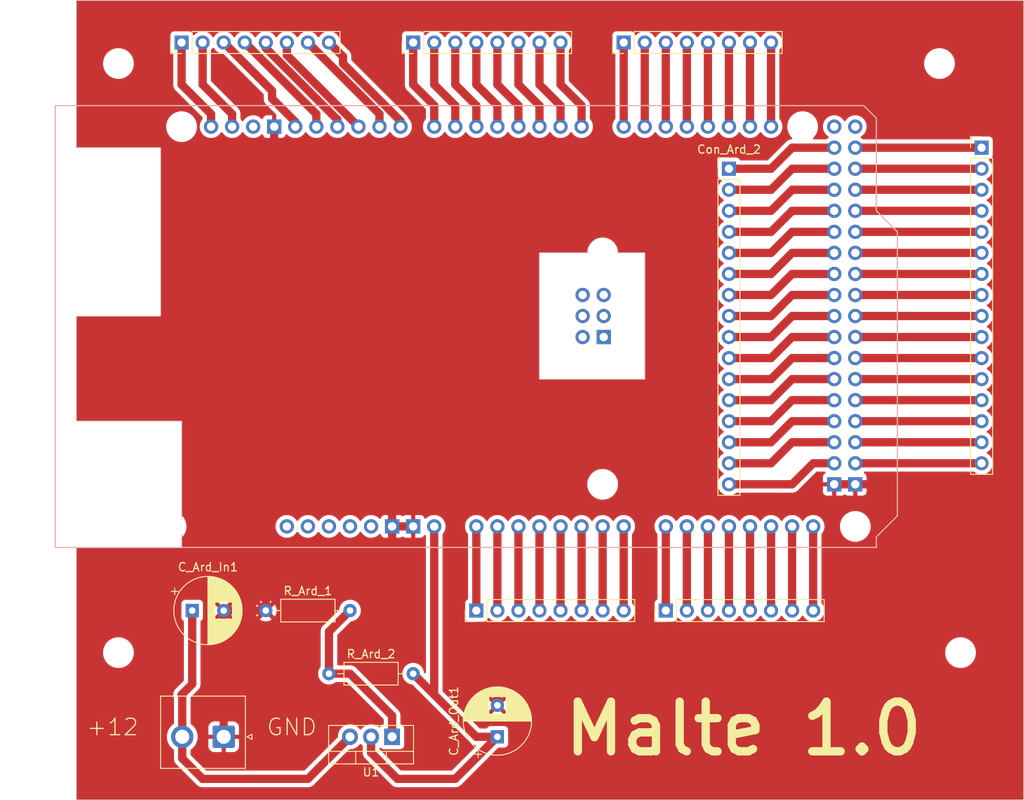
<source format=kicad_pcb>
(kicad_pcb (version 20221018) (generator pcbnew)
  (layers (0 "F.Cu" signal) (31 "B.Cu" signal) (34 "B.Paste" user) (35 "F.Paste" user) (36 "B.SilkS" user "B.Silkscreen") (37 "F.SilkS" user "F.Silkscreen") (38 "B.Mask" user) (39 "F.Mask" user) (44 "Edge.Cuts" user))
  (net 0 "")
  (net 7 "Net-(Central1-D0_RX0)")
  (net 8 "Net-(Central1-D1_TX0)")
  (net 9 "Net-(Central1-D14_TX3)")
  (net 10 "Net-(Central1-D15_RX3)")
  (net 11 "Net-(Central1-D16_TX2)")
  (net 12 "Net-(Central1-D17_RX2)")
  (net 13 "Net-(Central1-D18_TX1)")
  (net 14 "Net-(Central1-D19_RX1)")
  (net 15 "Net-(Central1-D20_SDA)")
  (net 16 "Net-(Central1-D21_SCL)")
  (net 17 "Net-(Con_Ard_2-Pin_1)")
  (net 18 "Net-(Con_Ard_3-Pin_1)")
  (net 19 "Net-(Con_Ard_2-Pin_2)")
  (net 20 "Net-(Con_Ard_3-Pin_2)")
  (net 21 "Net-(Con_Ard_2-Pin_3)")
  (net 22 "Net-(Con_Ard_3-Pin_3)")
  (net 23 "Net-(Con_Ard_2-Pin_4)")
  (net 24 "Net-(Con_Ard_3-Pin_4)")
  (net 25 "Net-(Con_Ard_2-Pin_5)")
  (net 26 "Net-(Con_Ard_3-Pin_5)")
  (net 27 "Net-(Con_Ard_2-Pin_6)")
  (net 28 "Net-(Con_Ard_3-Pin_6)")
  (net 29 "Net-(Con_Ard_2-Pin_7)")
  (net 30 "Net-(Con_Ard_3-Pin_7)")
  (net 31 "Net-(Con_Ard_2-Pin_8)")
  (net 32 "Net-(Con_Ard_3-Pin_8)")
  (net 33 "Net-(Con_Ard_2-Pin_9)")
  (net 34 "Net-(Con_Ard_3-Pin_9)")
  (net 35 "Net-(Con_Ard_2-Pin_10)")
  (net 36 "Net-(Con_Ard_3-Pin_10)")
  (net 37 "Net-(Con_Ard_2-Pin_11)")
  (net 38 "Net-(Con_Ard_3-Pin_11)")
  (net 39 "Net-(Con_Ard_2-Pin_12)")
  (net 40 "Net-(Con_Ard_3-Pin_12)")
  (net 41 "Net-(Con_Ard_2-Pin_13)")
  (net 42 "Net-(Con_Ard_3-Pin_13)")
  (net 43 "Net-(Con_Ard_2-Pin_14)")
  (net 44 "Net-(Con_Ard_3-Pin_14)")
  (net 45 "Net-(Con_Ard_2-Pin_15)")
  (net 46 "Net-(Con_Ard_3-Pin_15)")
  (net 47 "Net-(Con_Ard_2-Pin_16)")
  (net 48 "Net-(Central1-D53_SS)")
  (net 49 "Earth")
  (net 57 "Net-(U1-OUT)")
  (net 58 "+12V")
  (net 59 "Net-(U1-ADJ{slash}GND)")
  (net 60 "Net-(J1-Pin_1)")
  (net 61 "Net-(J1-Pin_2)")
  (net 62 "Net-(J1-Pin_3)")
  (net 63 "Net-(J1-Pin_4)")
  (net 64 "Net-(J1-Pin_5)")
  (net 65 "Net-(J1-Pin_6)")
  (net 66 "Net-(J1-Pin_7)")
  (net 67 "Net-(J1-Pin_8)")
  (net 68 "Net-(J2-Pin_1)")
  (net 69 "Net-(J2-Pin_2)")
  (net 70 "Net-(J2-Pin_3)")
  (net 71 "Net-(J2-Pin_4)")
  (net 72 "Net-(J2-Pin_5)")
  (net 73 "Net-(J2-Pin_6)")
  (net 74 "Net-(J2-Pin_7)")
  (net 75 "Net-(J2-Pin_8)")
  (net 76 "Net-(Central1-D2_INT0)")
  (net 77 "Net-(Central1-D3_INT1)")
  (net 78 "Net-(J4-Pin_4)")
  (net 79 "Net-(J4-Pin_3)")
  (net 80 "Net-(J4-Pin_2)")
  (net 81 "Net-(J4-Pin_1)")
  (net 82 "Net-(J5-Pin_8)")
  (net 83 "Net-(J5-Pin_7)")
  (net 84 "Net-(J5-Pin_6)")
  (net 85 "Net-(J5-Pin_5)")
  (net 86 "Net-(J5-Pin_4)")
  (net 87 "Net-(J5-Pin_3)")
  (net 88 "Net-(J5-Pin_1)")
  (net 89 "Net-(J5-Pin_2)")
  (footprint "Connector_PinHeader_2.54mm:PinHeader_1x08_P2.54mm_Vertical" (layer "F.Cu") (at 129.54 119.38 90)
    (fp_text reference "J1" hide)
    (fp_text value "Conn_01x08" hide)
    (pad "1" thru_hole rect (at 0 0 90) (size 1.7 1.7) (drill 1) (layers "*.Cu" "*.Mask") (net 60 "Net-(J1-Pin_1)"))
    (pad "2" thru_hole oval (at 0 2.54 90) (size 1.7 1.7) (drill 1) (layers "*.Cu" "*.Mask") (net 61 "Net-(J1-Pin_2)"))
    (pad "3" thru_hole oval (at 0 5.08 90) (size 1.7 1.7) (drill 1) (layers "*.Cu" "*.Mask") (net 62 "Net-(J1-Pin_3)"))
    (pad "4" thru_hole oval (at 0 7.62 90) (size 1.7 1.7) (drill 1) (layers "*.Cu" "*.Mask") (net 63 "Net-(J1-Pin_4)"))
    (pad "5" thru_hole oval (at 0 10.16 90) (size 1.7 1.7) (drill 1) (layers "*.Cu" "*.Mask") (net 64 "Net-(J1-Pin_5)"))
    (pad "6" thru_hole oval (at 0 12.7 90) (size 1.7 1.7) (drill 1) (layers "*.Cu" "*.Mask") (net 65 "Net-(J1-Pin_6)"))
    (pad "7" thru_hole oval (at 0 15.24 90) (size 1.7 1.7) (drill 1) (layers "*.Cu" "*.Mask") (net 66 "Net-(J1-Pin_7)"))
    (pad "8" thru_hole oval (at 0 17.78 90) (size 1.7 1.7) (drill 1) (layers "*.Cu" "*.Mask") (net 67 "Net-(J1-Pin_8)"))
  )
  (footprint "MountingHole:MountingHole_3.2mm_M3" (layer "F.Cu") (at 86.36 53.34)
    (fp_text reference "REF**" hide)
    (fp_text value "MountingHole_3.2mm_M3" hide)
    (pad "" np_thru_hole circle (at 0 0) (size 3.2 3.2) (drill 3.2) (layers "*.Cu" "*.Mask"))
  )
  (footprint "MountingHole:MountingHole_3.2mm_M3" (layer "F.Cu") (at 86.36 124.46)
    (fp_text reference "REF**" hide)
    (fp_text value "MountingHole_3.2mm_M3" hide)
    (pad "" np_thru_hole circle (at 0 0) (size 3.2 3.2) (drill 3.2) (layers "*.Cu" "*.Mask"))
  )
  (footprint "Resistor_THT:R_Axial_DIN0207_L6.3mm_D2.5mm_P10.16mm_Horizontal" (layer "F.Cu") (at 111.76 127)
    (fp_text reference "R_Ard_2" (at 5.08 -2.37) (layer "F.SilkS"))
    (fp_text value "560")
    (pad "1" thru_hole circle (at 0 0) (size 1.6 1.6) (drill 0.8) (layers "*.Cu" "*.Mask") (net 59 "Net-(U1-ADJ{slash}GND)"))
    (pad "2" thru_hole oval (at 10.16 0) (size 1.6 1.6) (drill 0.8) (layers "*.Cu" "*.Mask") (net 57 "Net-(U1-OUT)"))
  )
  (footprint "MountingHole:MountingHole_3.2mm_M3" (layer "F.Cu") (at 187.96 124.46)
    (fp_text reference "REF**" hide)
    (fp_text value "MountingHole_3.2mm_M3" hide)
    (pad "" np_thru_hole circle (at 0 0) (size 3.2 3.2) (drill 3.2) (layers "*.Cu" "*.Mask"))
  )
  (footprint "Connector_PinHeader_2.54mm:PinHeader_1x16_P2.54mm_Vertical" (layer "F.Cu") (at 190.5 63.5)
    (fp_text reference "Con_Ard_3" hide)
    (fp_text value "Conn_01x16" hide)
    (pad "1" thru_hole rect (at 0 0) (size 1.7 1.7) (drill 1) (layers "*.Cu" "*.Mask") (net 18 "Net-(Con_Ard_3-Pin_1)"))
    (pad "2" thru_hole oval (at 0 2.54) (size 1.7 1.7) (drill 1) (layers "*.Cu" "*.Mask") (net 20 "Net-(Con_Ard_3-Pin_2)"))
    (pad "3" thru_hole oval (at 0 5.08) (size 1.7 1.7) (drill 1) (layers "*.Cu" "*.Mask") (net 22 "Net-(Con_Ard_3-Pin_3)"))
    (pad "4" thru_hole oval (at 0 7.62) (size 1.7 1.7) (drill 1) (layers "*.Cu" "*.Mask") (net 24 "Net-(Con_Ard_3-Pin_4)"))
    (pad "5" thru_hole oval (at 0 10.16) (size 1.7 1.7) (drill 1) (layers "*.Cu" "*.Mask") (net 26 "Net-(Con_Ard_3-Pin_5)"))
    (pad "6" thru_hole oval (at 0 12.7) (size 1.7 1.7) (drill 1) (layers "*.Cu" "*.Mask") (net 28 "Net-(Con_Ard_3-Pin_6)"))
    (pad "7" thru_hole oval (at 0 15.24) (size 1.7 1.7) (drill 1) (layers "*.Cu" "*.Mask") (net 30 "Net-(Con_Ard_3-Pin_7)"))
    (pad "8" thru_hole oval (at 0 17.78) (size 1.7 1.7) (drill 1) (layers "*.Cu" "*.Mask") (net 32 "Net-(Con_Ard_3-Pin_8)"))
    (pad "9" thru_hole oval (at 0 20.32) (size 1.7 1.7) (drill 1) (layers "*.Cu" "*.Mask") (net 34 "Net-(Con_Ard_3-Pin_9)"))
    (pad "10" thru_hole oval (at 0 22.86) (size 1.7 1.7) (drill 1) (layers "*.Cu" "*.Mask") (net 36 "Net-(Con_Ard_3-Pin_10)"))
    (pad "11" thru_hole oval (at 0 25.4) (size 1.7 1.7) (drill 1) (layers "*.Cu" "*.Mask") (net 38 "Net-(Con_Ard_3-Pin_11)"))
    (pad "12" thru_hole oval (at 0 27.94) (size 1.7 1.7) (drill 1) (layers "*.Cu" "*.Mask") (net 40 "Net-(Con_Ard_3-Pin_12)"))
    (pad "13" thru_hole oval (at 0 30.48) (size 1.7 1.7) (drill 1) (layers "*.Cu" "*.Mask") (net 42 "Net-(Con_Ard_3-Pin_13)"))
    (pad "14" thru_hole oval (at 0 33.02) (size 1.7 1.7) (drill 1) (layers "*.Cu" "*.Mask") (net 44 "Net-(Con_Ard_3-Pin_14)"))
    (pad "15" thru_hole oval (at 0 35.56) (size 1.7 1.7) (drill 1) (layers "*.Cu" "*.Mask") (net 46 "Net-(Con_Ard_3-Pin_15)"))
    (pad "16" thru_hole oval (at 0 38.1) (size 1.7 1.7) (drill 1) (layers "*.Cu" "*.Mask") (net 48 "Net-(Central1-D53_SS)"))
  )
  (footprint "Connector_PinHeader_2.54mm:PinHeader_1x16_P2.54mm_Vertical" (layer "F.Cu") (at 160.02 66.04)
    (fp_text reference "Con_Ard_2" (at 0 -2.33) (layer "F.SilkS"))
    (fp_text value "Conn_01x16")
    (pad "1" thru_hole rect (at 0 0) (size 1.7 1.7) (drill 1) (layers "*.Cu" "*.Mask") (net 17 "Net-(Con_Ard_2-Pin_1)"))
    (pad "2" thru_hole oval (at 0 2.54) (size 1.7 1.7) (drill 1) (layers "*.Cu" "*.Mask") (net 19 "Net-(Con_Ard_2-Pin_2)"))
    (pad "3" thru_hole oval (at 0 5.08) (size 1.7 1.7) (drill 1) (layers "*.Cu" "*.Mask") (net 21 "Net-(Con_Ard_2-Pin_3)"))
    (pad "4" thru_hole oval (at 0 7.62) (size 1.7 1.7) (drill 1) (layers "*.Cu" "*.Mask") (net 23 "Net-(Con_Ard_2-Pin_4)"))
    (pad "5" thru_hole oval (at 0 10.16) (size 1.7 1.7) (drill 1) (layers "*.Cu" "*.Mask") (net 25 "Net-(Con_Ard_2-Pin_5)"))
    (pad "6" thru_hole oval (at 0 12.7) (size 1.7 1.7) (drill 1) (layers "*.Cu" "*.Mask") (net 27 "Net-(Con_Ard_2-Pin_6)"))
    (pad "7" thru_hole oval (at 0 15.24) (size 1.7 1.7) (drill 1) (layers "*.Cu" "*.Mask") (net 29 "Net-(Con_Ard_2-Pin_7)"))
    (pad "8" thru_hole oval (at 0 17.78) (size 1.7 1.7) (drill 1) (layers "*.Cu" "*.Mask") (net 31 "Net-(Con_Ard_2-Pin_8)"))
    (pad "9" thru_hole oval (at 0 20.32) (size 1.7 1.7) (drill 1) (layers "*.Cu" "*.Mask") (net 33 "Net-(Con_Ard_2-Pin_9)"))
    (pad "10" thru_hole oval (at 0 22.86) (size 1.7 1.7) (drill 1) (layers "*.Cu" "*.Mask") (net 35 "Net-(Con_Ard_2-Pin_10)"))
    (pad "11" thru_hole oval (at 0 25.4) (size 1.7 1.7) (drill 1) (layers "*.Cu" "*.Mask") (net 37 "Net-(Con_Ard_2-Pin_11)"))
    (pad "12" thru_hole oval (at 0 27.94) (size 1.7 1.7) (drill 1) (layers "*.Cu" "*.Mask") (net 39 "Net-(Con_Ard_2-Pin_12)"))
    (pad "13" thru_hole oval (at 0 30.48) (size 1.7 1.7) (drill 1) (layers "*.Cu" "*.Mask") (net 41 "Net-(Con_Ard_2-Pin_13)"))
    (pad "14" thru_hole oval (at 0 33.02) (size 1.7 1.7) (drill 1) (layers "*.Cu" "*.Mask") (net 43 "Net-(Con_Ard_2-Pin_14)"))
    (pad "15" thru_hole oval (at 0 35.56) (size 1.7 1.7) (drill 1) (layers "*.Cu" "*.Mask") (net 45 "Net-(Con_Ard_2-Pin_15)"))
    (pad "16" thru_hole oval (at 0 38.1) (size 1.7 1.7) (drill 1) (layers "*.Cu" "*.Mask") (net 47 "Net-(Con_Ard_2-Pin_16)"))
  )
  (footprint "Capacitor_THT:CP_Radial_D8.0mm_P3.80mm" (layer "F.Cu") (at 95.26 119.38)
    (fp_text reference "C_Ard_In1" (at 1.9 -5.25) (layer "F.SilkS"))
    (fp_text value "10uF" hide)
    (pad "1" thru_hole rect (at 0 0) (size 1.6 1.6) (drill 0.8) (layers "*.Cu" "*.Mask") (net 58 "+12V"))
    (pad "2" thru_hole circle (at 3.8 0) (size 1.6 1.6) (drill 0.8) (layers "*.Cu" "*.Mask") (net 49 "Earth"))
  )
  (footprint "Connector_JST:JST_NV_B02P-NV_1x02_P5.00mm_Vertical" (layer "F.Cu") (at 99.06 134.62 180)
    (fp_text reference "CON_In1" hide)
    (fp_text value "DCC" hide)
    (pad "1" thru_hole roundrect (at 0 0 180) (size 2.7 2.7) (drill 1.7) (layers "*.Cu" "*.Mask") (roundrect_rratio 0.09259296296) (net 49 "Earth"))
    (pad "2" thru_hole circle (at 5 0 180) (size 2.7 2.7) (drill 1.7) (layers "*.Cu" "*.Mask") (net 58 "+12V"))
  )
  (footprint "Resistor_THT:R_Axial_DIN0207_L6.3mm_D2.5mm_P10.16mm_Horizontal" (layer "F.Cu") (at 104.14 119.38)
    (fp_text reference "R_Ard_1" (at 5.08 -2.37) (layer "F.SilkS"))
    (fp_text value "3K9")
    (pad "1" thru_hole circle (at 0 0) (size 1.6 1.6) (drill 0.8) (layers "*.Cu" "*.Mask") (net 49 "Earth"))
    (pad "2" thru_hole oval (at 10.16 0) (size 1.6 1.6) (drill 0.8) (layers "*.Cu" "*.Mask") (net 59 "Net-(U1-ADJ{slash}GND)"))
  )
  (footprint "MountingHole:MountingHole_3.2mm_M3" (layer "F.Cu") (at 185.42 53.34)
    (fp_text reference "REF**" hide)
    (fp_text value "MountingHole_3.2mm_M3" hide)
    (pad "" np_thru_hole circle (at 0 0) (size 3.2 3.2) (drill 3.2) (layers "*.Cu" "*.Mask"))
  )
  (footprint "Connector_PinHeader_2.54mm:PinHeader_1x08_P2.54mm_Vertical" (layer "F.Cu") (at 152.4 119.38 90)
    (fp_text reference "J2" hide)
    (fp_text value "Conn_01x08" hide)
    (pad "1" thru_hole rect (at 0 0 90) (size 1.7 1.7) (drill 1) (layers "*.Cu" "*.Mask") (net 68 "Net-(J2-Pin_1)"))
    (pad "2" thru_hole oval (at 0 2.54 90) (size 1.7 1.7) (drill 1) (layers "*.Cu" "*.Mask") (net 69 "Net-(J2-Pin_2)"))
    (pad "3" thru_hole oval (at 0 5.08 90) (size 1.7 1.7) (drill 1) (layers "*.Cu" "*.Mask") (net 70 "Net-(J2-Pin_3)"))
    (pad "4" thru_hole oval (at 0 7.62 90) (size 1.7 1.7) (drill 1) (layers "*.Cu" "*.Mask") (net 71 "Net-(J2-Pin_4)"))
    (pad "5" thru_hole oval (at 0 10.16 90) (size 1.7 1.7) (drill 1) (layers "*.Cu" "*.Mask") (net 72 "Net-(J2-Pin_5)"))
    (pad "6" thru_hole oval (at 0 12.7 90) (size 1.7 1.7) (drill 1) (layers "*.Cu" "*.Mask") (net 73 "Net-(J2-Pin_6)"))
    (pad "7" thru_hole oval (at 0 15.24 90) (size 1.7 1.7) (drill 1) (layers "*.Cu" "*.Mask") (net 74 "Net-(J2-Pin_7)"))
    (pad "8" thru_hole oval (at 0 17.78 90) (size 1.7 1.7) (drill 1) (layers "*.Cu" "*.Mask") (net 75 "Net-(J2-Pin_8)"))
  )
  (footprint "Package_TO_SOT_THT:TO-220-3_Vertical" (layer "F.Cu") (at 119.38 134.62 180)
    (fp_text reference "U1" (at 2.54 -4.27) (layer "F.SilkS"))
    (fp_text value "LD1086V-DG" hide)
    (pad "1" thru_hole rect (at 0 0 180) (size 1.905 2) (drill 1.1) (layers "*.Cu" "*.Mask") (net 59 "Net-(U1-ADJ{slash}GND)"))
    (pad "2" thru_hole oval (at 2.54 0 180) (size 1.905 2) (drill 1.1) (layers "*.Cu" "*.Mask") (net 57 "Net-(U1-OUT)"))
    (pad "3" thru_hole oval (at 5.08 0 180) (size 1.905 2) (drill 1.1) (layers "*.Cu" "*.Mask") (net 58 "+12V"))
  )
  (footprint "Connector_PinHeader_2.54mm:PinHeader_1x08_P2.54mm_Vertical" (layer "F.Cu") (at 93.98 50.8 90)
    (fp_text reference "J5" hide)
    (fp_text value "Conn_01x08" hide)
    (pad "1" thru_hole rect (at 0 0 90) (size 1.7 1.7) (drill 1) (layers "*.Cu" "*.Mask") (net 88 "Net-(J5-Pin_1)"))
    (pad "2" thru_hole oval (at 0 2.54 90) (size 1.7 1.7) (drill 1) (layers "*.Cu" "*.Mask") (net 89 "Net-(J5-Pin_2)"))
    (pad "3" thru_hole oval (at 0 5.08 90) (size 1.7 1.7) (drill 1) (layers "*.Cu" "*.Mask") (net 87 "Net-(J5-Pin_3)"))
    (pad "4" thru_hole oval (at 0 7.62 90) (size 1.7 1.7) (drill 1) (layers "*.Cu" "*.Mask") (net 86 "Net-(J5-Pin_4)"))
    (pad "5" thru_hole oval (at 0 10.16 90) (size 1.7 1.7) (drill 1) (layers "*.Cu" "*.Mask") (net 85 "Net-(J5-Pin_5)"))
    (pad "6" thru_hole oval (at 0 12.7 90) (size 1.7 1.7) (drill 1) (layers "*.Cu" "*.Mask") (net 84 "Net-(J5-Pin_6)"))
    (pad "7" thru_hole oval (at 0 15.24 90) (size 1.7 1.7) (drill 1) (layers "*.Cu" "*.Mask") (net 83 "Net-(J5-Pin_7)"))
    (pad "8" thru_hole oval (at 0 17.78 90) (size 1.7 1.7) (drill 1) (layers "*.Cu" "*.Mask") (net 82 "Net-(J5-Pin_8)"))
  )
  (footprint "Connector_PinHeader_2.54mm:PinHeader_1x08_P2.54mm_Vertical" (layer "F.Cu") (at 147.32 50.8 90)
    (fp_text reference "J3" hide)
    (fp_text value "Conn_01x08" hide)
    (pad "1" thru_hole rect (at 0 0 90) (size 1.7 1.7) (drill 1) (layers "*.Cu" "*.Mask") (net 9 "Net-(Central1-D14_TX3)"))
    (pad "2" thru_hole oval (at 0 2.54 90) (size 1.7 1.7) (drill 1) (layers "*.Cu" "*.Mask") (net 10 "Net-(Central1-D15_RX3)"))
    (pad "3" thru_hole oval (at 0 5.08 90) (size 1.7 1.7) (drill 1) (layers "*.Cu" "*.Mask") (net 11 "Net-(Central1-D16_TX2)"))
    (pad "4" thru_hole oval (at 0 7.62 90) (size 1.7 1.7) (drill 1) (layers "*.Cu" "*.Mask") (net 12 "Net-(Central1-D17_RX2)"))
    (pad "5" thru_hole oval (at 0 10.16 90) (size 1.7 1.7) (drill 1) (layers "*.Cu" "*.Mask") (net 13 "Net-(Central1-D18_TX1)"))
    (pad "6" thru_hole oval (at 0 12.7 90) (size 1.7 1.7) (drill 1) (layers "*.Cu" "*.Mask") (net 14 "Net-(Central1-D19_RX1)"))
    (pad "7" thru_hole oval (at 0 15.24 90) (size 1.7 1.7) (drill 1) (layers "*.Cu" "*.Mask") (net 15 "Net-(Central1-D20_SDA)"))
    (pad "8" thru_hole oval (at 0 17.78 90) (size 1.7 1.7) (drill 1) (layers "*.Cu" "*.Mask") (net 16 "Net-(Central1-D21_SCL)"))
  )
  (footprint "Connector_PinHeader_2.54mm:PinHeader_1x08_P2.54mm_Vertical" (layer "F.Cu") (at 121.92 50.8 90)
    (fp_text reference "J4" hide)
    (fp_text value "Conn_01x08" hide)
    (pad "1" thru_hole rect (at 0 0 90) (size 1.7 1.7) (drill 1) (layers "*.Cu" "*.Mask") (net 81 "Net-(J4-Pin_1)"))
    (pad "2" thru_hole oval (at 0 2.54 90) (size 1.7 1.7) (drill 1) (layers "*.Cu" "*.Mask") (net 80 "Net-(J4-Pin_2)"))
    (pad "3" thru_hole oval (at 0 5.08 90) (size 1.7 1.7) (drill 1) (layers "*.Cu" "*.Mask") (net 79 "Net-(J4-Pin_3)"))
    (pad "4" thru_hole oval (at 0 7.62 90) (size 1.7 1.7) (drill 1) (layers "*.Cu" "*.Mask") (net 78 "Net-(J4-Pin_4)"))
    (pad "5" thru_hole oval (at 0 10.16 90) (size 1.7 1.7) (drill 1) (layers "*.Cu" "*.Mask") (net 77 "Net-(Central1-D3_INT1)"))
    (pad "6" thru_hole oval (at 0 12.7 90) (size 1.7 1.7) (drill 1) (layers "*.Cu" "*.Mask") (net 76 "Net-(Central1-D2_INT0)"))
    (pad "7" thru_hole oval (at 0 15.24 90) (size 1.7 1.7) (drill 1) (layers "*.Cu" "*.Mask") (net 8 "Net-(Central1-D1_TX0)"))
    (pad "8" thru_hole oval (at 0 17.78 90) (size 1.7 1.7) (drill 1) (layers "*.Cu" "*.Mask") (net 7 "Net-(Central1-D0_RX0)"))
  )
  (footprint "Arduino:Arduino_Mega2560_Shield" (layer "F.Cu") (at 78.74 111.76)
    (fp_text reference "Central1" hide)
    (fp_text value "Arduino_Mega2560_Shield" hide)
    (pad "" np_thru_hole circle (at 13.97 -2.54) (size 3.2 3.2) (drill 3.2) (layers "*.Cu" "*.Mask"))
    (pad "" np_thru_hole circle (at 15.24 -50.8) (size 3.2 3.2) (drill 3.2) (layers "*.Cu" "*.Mask"))
    (pad "" thru_hole oval (at 27.94 -2.54) (size 1.7272 1.7272) (drill 1.016) (layers "*.Cu" "*.Mask"))
    (pad "" np_thru_hole circle (at 66.04 -35.56) (size 3.2 3.2) (drill 3.2) (layers "*.Cu" "*.Mask"))
    (pad "" np_thru_hole circle (at 66.04 -7.62) (size 3.2 3.2) (drill 3.2) (layers "*.Cu" "*.Mask"))
    (pad "" np_thru_hole circle (at 90.17 -50.8) (size 3.2 3.2) (drill 3.2) (layers "*.Cu" "*.Mask"))
    (pad "" np_thru_hole circle (at 96.52 -2.54) (size 3.2 3.2) (drill 3.2) (layers "*.Cu" "*.Mask"))
    (pad "3V3" thru_hole oval (at 35.56 -2.54) (size 1.7272 1.7272) (drill 1.016) (layers "*.Cu" "*.Mask"))
    (pad "5V1" thru_hole oval (at 38.1 -2.54) (size 1.7272 1.7272) (drill 1.016) (layers "*.Cu" "*.Mask"))
    (pad "5V2" thru_hole oval (at 66.167 -30.48) (size 1.7272 1.7272) (drill 1.016) (layers "*.Cu" "*.Mask"))
    (pad "5V3" thru_hole oval (at 93.98 -50.8) (size 1.7272 1.7272) (drill 1.016) (layers "*.Cu" "*.Mask"))
    (pad "5V4" thru_hole oval (at 96.52 -50.8) (size 1.7272 1.7272) (drill 1.016) (layers "*.Cu" "*.Mask"))
    (pad "A0" thru_hole oval (at 50.8 -2.54) (size 1.7272 1.7272) (drill 1.016) (layers "*.Cu" "*.Mask") (net 60 "Net-(J1-Pin_1)"))
    (pad "A1" thru_hole oval (at 53.34 -2.54) (size 1.7272 1.7272) (drill 1.016) (layers "*.Cu" "*.Mask") (net 61 "Net-(J1-Pin_2)"))
    (pad "A2" thru_hole oval (at 55.88 -2.54) (size 1.7272 1.7272) (drill 1.016) (layers "*.Cu" "*.Mask") (net 62 "Net-(J1-Pin_3)"))
    (pad "A3" thru_hole oval (at 58.42 -2.54) (size 1.7272 1.7272) (drill 1.016) (layers "*.Cu" "*.Mask") (net 63 "Net-(J1-Pin_4)"))
    (pad "A4" thru_hole oval (at 60.96 -2.54) (size 1.7272 1.7272) (drill 1.016) (layers "*.Cu" "*.Mask") (net 64 "Net-(J1-Pin_5)"))
    (pad "A5" thru_hole oval (at 63.5 -2.54) (size 1.7272 1.7272) (drill 1.016) (layers "*.Cu" "*.Mask") (net 65 "Net-(J1-Pin_6)"))
    (pad "A6" thru_hole oval (at 66.04 -2.54) (size 1.7272 1.7272) (drill 1.016) (layers "*.Cu" "*.Mask") (net 66 "Net-(J1-Pin_7)"))
    (pad "A7" thru_hole oval (at 68.58 -2.54) (size 1.7272 1.7272) (drill 1.016) (layers "*.Cu" "*.Mask") (net 67 "Net-(J1-Pin_8)"))
    (pad "A8" thru_hole oval (at 73.66 -2.54) (size 1.7272 1.7272) (drill 1.016) (layers "*.Cu" "*.Mask") (net 68 "Net-(J2-Pin_1)"))
    (pad "A9" thru_hole oval (at 76.2 -2.54) (size 1.7272 1.7272) (drill 1.016) (layers "*.Cu" "*.Mask") (net 69 "Net-(J2-Pin_2)"))
    (pad "A10" thru_hole oval (at 78.74 -2.54) (size 1.7272 1.7272) (drill 1.016) (layers "*.Cu" "*.Mask") (net 70 "Net-(J2-Pin_3)"))
    (pad "A11" thru_hole oval (at 81.28 -2.54) (size 1.7272 1.7272) (drill 1.016) (layers "*.Cu" "*.Mask") (net 71 "Net-(J2-Pin_4)"))
    (pad "A12" thru_hole oval (at 83.82 -2.54) (size 1.7272 1.7272) (drill 1.016) (layers "*.Cu" "*.Mask") (net 72 "Net-(J2-Pin_5)"))
    (pad "A13" thru_hole oval (at 86.36 -2.54) (size 1.7272 1.7272) (drill 1.016) (layers "*.Cu" "*.Mask") (net 73 "Net-(J2-Pin_6)"))
    (pad "A14" thru_hole oval (at 88.9 -2.54) (size 1.7272 1.7272) (drill 1.016) (layers "*.Cu" "*.Mask") (net 74 "Net-(J2-Pin_7)"))
    (pad "A15" thru_hole oval (at 91.44 -2.54) (size 1.7272 1.7272) (drill 1.016) (layers "*.Cu" "*.Mask") (net 75 "Net-(J2-Pin_8)"))
    (pad "AREF" thru_hole oval (at 23.876 -50.8) (size 1.7272 1.7272) (drill 1.016) (layers "*.Cu" "*.Mask"))
    (pad "D0" thru_hole oval (at 63.5 -50.8) (size 1.7272 1.7272) (drill 1.016) (layers "*.Cu" "*.Mask") (net 7 "Net-(Central1-D0_RX0)"))
    (pad "D1" thru_hole oval (at 60.96 -50.8) (size 1.7272 1.7272) (drill 1.016) (layers "*.Cu" "*.Mask") (net 8 "Net-(Central1-D1_TX0)"))
    (pad "D2" thru_hole oval (at 58.42 -50.8) (size 1.7272 1.7272) (drill 1.016) (layers "*.Cu" "*.Mask") (net 76 "Net-(Central1-D2_INT0)"))
    (pad "D3" thru_hole oval (at 55.88 -50.8) (size 1.7272 1.7272) (drill 1.016) (layers "*.Cu" "*.Mask") (net 77 "Net-(Central1-D3_INT1)"))
    (pad "D4" thru_hole oval (at 53.34 -50.8) (size 1.7272 1.7272) (drill 1.016) (layers "*.Cu" "*.Mask") (net 78 "Net-(J4-Pin_4)"))
    (pad "D5" thru_hole oval (at 50.8 -50.8) (size 1.7272 1.7272) (drill 1.016) (layers "*.Cu" "*.Mask") (net 79 "Net-(J4-Pin_3)"))
    (pad "D6" thru_hole oval (at 48.26 -50.8) (size 1.7272 1.7272) (drill 1.016) (layers "*.Cu" "*.Mask") (net 80 "Net-(J4-Pin_2)"))
    (pad "D7" thru_hole oval (at 45.72 -50.8) (size 1.7272 1.7272) (drill 1.016) (layers "*.Cu" "*.Mask") (net 81 "Net-(J4-Pin_1)"))
    (pad "D8" thru_hole oval (at 41.656 -50.8) (size 1.7272 1.7272) (drill 1.016) (layers "*.Cu" "*.Mask") (net 82 "Net-(J5-Pin_8)"))
    (pad "D9" thru_hole oval (at 39.116 -50.8) (size 1.7272 1.7272) (drill 1.016) (layers "*.Cu" "*.Mask") (net 83 "Net-(J5-Pin_7)"))
    (pad "D10" thru_hole oval (at 36.576 -50.8) (size 1.7272 1.7272) (drill 1.016) (layers "*.Cu" "*.Mask") (net 84 "Net-(J5-Pin_6)"))
    (pad "D11" thru_hole oval (at 34.036 -50.8) (size 1.7272 1.7272) (drill 1.016) (layers "*.Cu" "*.Mask") (net 85 "Net-(J5-Pin_5)"))
    (pad "D12" thru_hole oval (at 31.496 -50.8) (size 1.7272 1.7272) (drill 1.016) (layers "*.Cu" "*.Mask") (net 86 "Net-(J5-Pin_4)"))
    (pad "D13" thru_hole oval (at 28.956 -50.8) (size 1.7272 1.7272) (drill 1.016) (layers "*.Cu" "*.Mask") (net 87 "Net-(J5-Pin_3)"))
    (pad "D14" thru_hole oval (at 68.58 -50.8) (size 1.7272 1.7272) (drill 1.016) (layers "*.Cu" "*.Mask") (net 9 "Net-(Central1-D14_TX3)"))
    (pad "D15" thru_hole oval (at 71.12 -50.8) (size 1.7272 1.7272) (drill 1.016) (layers "*.Cu" "*.Mask") (net 10 "Net-(Central1-D15_RX3)"))
    (pad "D16" thru_hole oval (at 73.66 -50.8) (size 1.7272 1.7272) (drill 1.016) (layers "*.Cu" "*.Mask") (net 11 "Net-(Central1-D16_TX2)"))
    (pad "D17" thru_hole oval (at 76.2 -50.8) (size 1.7272 1.7272) (drill 1.016) (layers "*.Cu" "*.Mask") (net 12 "Net-(Central1-D17_RX2)"))
    (pad "D18" thru_hole oval (at 78.74 -50.8) (size 1.7272 1.7272) (drill 1.016) (layers "*.Cu" "*.Mask") (net 13 "Net-(Central1-D18_TX1)"))
    (pad "D19" thru_hole oval (at 81.28 -50.8) (size 1.7272 1.7272) (drill 1.016) (layers "*.Cu" "*.Mask") (net 14 "Net-(Central1-D19_RX1)"))
    (pad "D20" thru_hole oval (at 83.82 -50.8) (size 1.7272 1.7272) (drill 1.016) (layers "*.Cu" "*.Mask") (net 15 "Net-(Central1-D20_SDA)"))
    (pad "D21" thru_hole oval (at 86.36 -50.8) (size 1.7272 1.7272) (drill 1.016) (layers "*.Cu" "*.Mask") (net 16 "Net-(Central1-D21_SCL)"))
    (pad "D22" thru_hole oval (at 93.98 -48.26) (size 1.7272 1.7272) (drill 1.016) (layers "*.Cu" "*.Mask") (net 17 "Net-(Con_Ard_2-Pin_1)"))
    (pad "D23" thru_hole oval (at 96.52 -48.26) (size 1.7272 1.7272) (drill 1.016) (layers "*.Cu" "*.Mask") (net 18 "Net-(Con_Ard_3-Pin_1)"))
    (pad "D24" thru_hole oval (at 93.98 -45.72) (size 1.7272 1.7272) (drill 1.016) (layers "*.Cu" "*.Mask") (net 19 "Net-(Con_Ard_2-Pin_2)"))
    (pad "D25" thru_hole oval (at 96.52 -45.72) (size 1.7272 1.7272) (drill 1.016) (layers "*.Cu" "*.Mask") (net 20 "Net-(Con_Ard_3-Pin_2)"))
    (pad "D26" thru_hole oval (at 93.98 -43.18) (size 1.7272 1.7272) (drill 1.016) (layers "*.Cu" "*.Mask") (net 21 "Net-(Con_Ard_2-Pin_3)"))
    (pad "D27" thru_hole oval (at 96.52 -43.18) (size 1.7272 1.7272) (drill 1.016) (layers "*.Cu" "*.Mask") (net 22 "Net-(Con_Ard_3-Pin_3)"))
    (pad "D28" thru_hole oval (at 93.98 -40.64) (size 1.7272 1.7272) (drill 1.016) (layers "*.Cu" "*.Mask") (net 23 "Net-(Con_Ard_2-Pin_4)"))
    (pad "D29" thru_hole oval (at 96.52 -40.64) (size 1.7272 1.7272) (drill 1.016) (layers "*.Cu" "*.Mask") (net 24 "Net-(Con_Ard_3-Pin_4)"))
    (pad "D30" thru_hole oval (at 93.98 -38.1) (size 1.7272 1.7272) (drill 1.016) (layers "*.Cu" "*.Mask") (net 25 "Net-(Con_Ard_2-Pin_5)"))
    (pad "D31" thru_hole oval (at 96.52 -38.1) (size 1.7272 1.7272) (drill 1.016) (layers "*.Cu" "*.Mask") (net 26 "Net-(Con_Ard_3-Pin_5)"))
    (pad "D32" thru_hole oval (at 93.98 -35.56) (size 1.7272 1.7272) (drill 1.016) (layers "*.Cu" "*.Mask") (net 27 "Net-(Con_Ard_2-Pin_6)"))
    (pad "D33" thru_hole oval (at 96.52 -35.56) (size 1.7272 1.7272) (drill 1.016) (layers "*.Cu" "*.Mask") (net 28 "Net-(Con_Ard_3-Pin_6)"))
    (pad "D34" thru_hole oval (at 93.98 -33.02) (size 1.7272 1.7272) (drill 1.016) (layers "*.Cu" "*.Mask") (net 29 "Net-(Con_Ard_2-Pin_7)"))
    (pad "D35" thru_hole oval (at 96.52 -33.02) (size 1.7272 1.7272) (drill 1.016) (layers "*.Cu" "*.Mask") (net 30 "Net-(Con_Ard_3-Pin_7)"))
    (pad "D36" thru_hole oval (at 93.98 -30.48) (size 1.7272 1.7272) (drill 1.016) (layers "*.Cu" "*.Mask") (net 31 "Net-(Con_Ard_2-Pin_8)"))
    (pad "D37" thru_hole oval (at 96.52 -30.48) (size 1.7272 1.7272) (drill 1.016) (layers "*.Cu" "*.Mask") (net 32 "Net-(Con_Ard_3-Pin_8)"))
    (pad "D38" thru_hole oval (at 93.98 -27.94) (size 1.7272 1.7272) (drill 1.016) (layers "*.Cu" "*.Mask") (net 33 "Net-(Con_Ard_2-Pin_9)"))
    (pad "D39" thru_hole oval (at 96.52 -27.94) (size 1.7272 1.7272) (drill 1.016) (layers "*.Cu" "*.Mask") (net 34 "Net-(Con_Ard_3-Pin_9)"))
    (pad "D40" thru_hole oval (at 93.98 -25.4) (size 1.7272 1.7272) (drill 1.016) (layers "*.Cu" "*.Mask") (net 35 "Net-(Con_Ard_2-Pin_10)"))
    (pad "D41" thru_hole oval (at 96.52 -25.4) (size 1.7272 1.7272) (drill 1.016) (layers "*.Cu" "*.Mask") (net 36 "Net-(Con_Ard_3-Pin_10)"))
    (pad "D42" thru_hole oval (at 93.98 -22.86) (size 1.7272 1.7272) (drill 1.016) (layers "*.Cu" "*.Mask") (net 37 "Net-(Con_Ard_2-Pin_11)"))
    (pad "D43" thru_hole oval (at 96.52 -22.86) (size 1.7272 1.7272) (drill 1.016) (layers "*.Cu" "*.Mask") (net 38 "Net-(Con_Ard_3-Pin_11)"))
    (pad "D44" thru_hole oval (at 93.98 -20.32) (size 1.7272 1.7272) (drill 1.016) (layers "*.Cu" "*.Mask") (net 39 "Net-(Con_Ard_2-Pin_12)"))
    (pad "D45" thru_hole oval (at 96.52 -20.32) (size 1.7272 1.7272) (drill 1.016) (layers "*.Cu" "*.Mask") (net 40 "Net-(Con_Ard_3-Pin_12)"))
    (pad "D46" thru_hole oval (at 93.98 -17.78) (size 1.7272 1.7272) (drill 1.016) (layers "*.Cu" "*.Mask") (net 41 "Net-(Con_Ard_2-Pin_13)"))
    (pad "D47" thru_hole oval (at 96.52 -17.78) (size 1.7272 1.7272) (drill 1.016) (layers "*.Cu" "*.Mask") (net 42 "Net-(Con_Ard_3-Pin_13)"))
    (pad "D48" thru_hole oval (at 93.98 -15.24) (size 1.7272 1.7272) (drill 1.016) (layers "*.Cu" "*.Mask") (net 43 "Net-(Con_Ard_2-Pin_14)"))
    (pad "D49" thru_hole oval (at 96.52 -15.24) (size 1.7272 1.7272) (drill 1.016) (layers "*.Cu" "*.Mask") (net 44 "Net-(Con_Ard_3-Pin_14)"))
    (pad "D50" thru_hole oval (at 93.98 -12.7) (size 1.7272 1.7272) (drill 1.016) (layers "*.Cu" "*.Mask") (net 45 "Net-(Con_Ard_2-Pin_15)"))
    (pad "D51" thru_hole oval (at 96.52 -12.7) (size 1.7272 1.7272) (drill 1.016) (layers "*.Cu" "*.Mask") (net 46 "Net-(Con_Ard_3-Pin_15)"))
    (pad "D52" thru_hole oval (at 93.98 -10.16) (size 1.7272 1.7272) (drill 1.016) (layers "*.Cu" "*.Mask") (net 47 "Net-(Con_Ard_2-Pin_16)"))
    (pad "D53" thru_hole oval (at 96.52 -10.16) (size 1.7272 1.7272) (drill 1.016) (layers "*.Cu" "*.Mask") (net 48 "Net-(Central1-D53_SS)"))
    (pad "GND1" thru_hole rect (at 26.416 -50.8) (size 1.7272 1.7272) (drill 1.016) (layers "*.Cu" "*.Mask") (net 49 "Earth"))
    (pad "GND2" thru_hole rect (at 40.64 -2.54) (size 1.7272 1.7272) (drill 1.016) (layers "*.Cu" "*.Mask") (net 49 "Earth"))
    (pad "GND3" thru_hole rect (at 43.18 -2.54) (size 1.7272 1.7272) (drill 1.016) (layers "*.Cu" "*.Mask") (net 49 "Earth"))
    (pad "GND4" thru_hole rect (at 66.167 -25.4) (size 1.7272 1.7272) (drill 1.016) (layers "*.Cu" "*.Mask"))
    (pad "GND5" thru_hole rect (at 93.98 -7.62) (size 1.7272 1.7272) (drill 1.016) (layers "*.Cu" "*.Mask") (net 49 "Earth"))
    (pad "GND6" thru_hole rect (at 96.52 -7.62) (size 1.7272 1.7272) (drill 1.016) (layers "*.Cu" "*.Mask") (net 49 "Earth"))
    (pad "IORF" thru_hole oval (at 30.48 -2.54) (size 1.7272 1.7272) (drill 1.016) (layers "*.Cu" "*.Mask"))
    (pad "MISO" thru_hole oval (at 63.627 -30.48) (size 1.7272 1.7272) (drill 1.016) (layers "*.Cu" "*.Mask"))
    (pad "MOSI" thru_hole oval (at 66.167 -27.94) (size 1.7272 1.7272) (drill 1.016) (layers "*.Cu" "*.Mask"))
    (pad "RST1" thru_hole oval (at 33.02 -2.54) (size 1.7272 1.7272) (drill 1.016) (layers "*.Cu" "*.Mask"))
    (pad "RST2" thru_hole oval (at 63.627 -25.4) (size 1.7272 1.7272) (drill 1.016) (layers "*.Cu" "*.Mask"))
    (pad "SCK" thru_hole oval (at 63.627 -27.94) (size 1.7272 1.7272) (drill 1.016) (layers "*.Cu" "*.Mask"))
    (pad "SCL" thru_hole oval (at 18.796 -50.8) (size 1.7272 1.7272) (drill 1.016) (layers "*.Cu" "*.Mask") (net 88 "Net-(J5-Pin_1)"))
    (pad "SDA" thru_hole oval (at 21.336 -50.8) (size 1.7272 1.7272) (drill 1.016) (layers "*.Cu" "*.Mask") (net 89 "Net-(J5-Pin_2)"))
    (pad "VIN" thru_hole oval (at 45.72 -2.54) (size 1.7272 1.7272) (drill 1.016) (layers "*.Cu" "*.Mask") (net 57 "Net-(U1-OUT)"))
  )
  (footprint "Capacitor_THT:CP_Radial_D8.0mm_P3.80mm" (layer "F.Cu") (at 132.08 134.62 90)
    (fp_text reference "C_Ard_Out1" (at 1.9 -5.25 90) (layer "F.SilkS"))
    (fp_text value "10uF" hide)
    (pad "1" thru_hole rect (at 0 0 90) (size 1.6 1.6) (drill 0.8) (layers "*.Cu" "*.Mask") (net 57 "Net-(U1-OUT)"))
    (pad "2" thru_hole circle (at 3.8 0 90) (size 1.6 1.6) (drill 0.8) (layers "*.Cu" "*.Mask") (net 49 "Earth"))
  )
  (gr_poly (pts (xy 81.28 45.72) (xy 81.28 63.5) (xy 91.44 63.5) (xy 91.44 83.82) (xy 81.28 83.82) (xy 81.28 96.52) (xy 93.98 96.52) (xy 93.98 111.76) (xy 81.28 111.76) (xy 81.28 142.24) (xy 195.58 142.24) (xy 195.58 45.72)) (stroke (width 0.1)) (fill none) (layer "Edge.Cuts"))
  (gr_poly (pts (xy 137.16 76.2) (xy 137.16 91.44) (xy 149.86 91.44) (xy 149.86 76.2)) (stroke (width 0.1)) (fill none) (layer "Edge.Cuts"))
  (gr_text "Malte 1.0" (at 139.7 137.16) (layer "F.SilkS") (effects (font (size 6 6) (thickness 1) bold) (justify left bottom)))
  (gr_text "+12" (at 88.9 134.62) (layer "F.SilkS") (effects (font (size 2 2)) (justify right bottom)))
  (gr_text "GND" (at 104.14 134.62) (layer "F.SilkS") (effects (font (size 2 2)) (justify left bottom)))
  (segment (start 142.24 58.42) (end 142.24 60.96) (width 1) (layer "F.Cu") (net 7))
  (segment (start 139.7 55.88) (end 142.24 58.42) (width 1) (layer "F.Cu") (net 7))
  (segment (start 139.7 50.8) (end 139.7 55.88) (width 1) (layer "F.Cu") (net 7))
  (segment (start 139.7 58.42) (end 137.16 55.88) (width 1) (layer "F.Cu") (net 8))
  (segment (start 137.16 55.88) (end 137.16 50.8) (width 1) (layer "F.Cu") (net 8))
  (segment (start 139.7 60.96) (end 139.7 58.42) (width 1) (layer "F.Cu") (net 8))
  (segment (start 147.32 60.96) (end 147.32 50.8) (width 1) (layer "F.Cu") (net 9))
  (segment (start 149.86 60.96) (end 149.86 50.8) (width 1) (layer "F.Cu") (net 10))
  (segment (start 152.4 60.96) (end 152.4 50.8) (width 1) (layer "F.Cu") (net 11))
  (segment (start 154.94 60.96) (end 154.94 50.8) (width 1) (layer "F.Cu") (net 12))
  (segment (start 157.48 60.96) (end 157.48 50.8) (width 1) (layer "F.Cu") (net 13))
  (segment (start 160.02 60.96) (end 160.02 50.8) (width 1) (layer "F.Cu") (net 14))
  (segment (start 162.56 60.96) (end 162.56 50.8) (width 1) (layer "F.Cu") (net 15))
  (segment (start 165.1 60.96) (end 165.1 50.8) (width 1) (layer "F.Cu") (net 16))
  (segment (start 160.02 66.04) (end 165.1 66.04) (width 1) (layer "F.Cu") (net 17))
  (segment (start 167.64 63.5) (end 172.72 63.5) (width 1) (layer "F.Cu") (net 17))
  (segment (start 165.1 66.04) (end 167.64 63.5) (width 1) (layer "F.Cu") (net 17))
  (segment (start 175.26 63.5) (end 190.5 63.5) (width 1) (layer "F.Cu") (net 18))
  (segment (start 160.02 68.58) (end 165.1 68.58) (width 1) (layer "F.Cu") (net 19))
  (segment (start 165.1 68.58) (end 167.64 66.04) (width 1) (layer "F.Cu") (net 19))
  (segment (start 167.64 66.04) (end 172.72 66.04) (width 1) (layer "F.Cu") (net 19))
  (segment (start 175.26 66.04) (end 190.5 66.04) (width 1) (layer "F.Cu") (net 20))
  (segment (start 167.64 68.58) (end 172.72 68.58) (width 1) (layer "F.Cu") (net 21))
  (segment (start 160.02 71.12) (end 165.1 71.12) (width 1) (layer "F.Cu") (net 21))
  (segment (start 165.1 71.12) (end 167.64 68.58) (width 1) (layer "F.Cu") (net 21))
  (segment (start 175.26 68.58) (end 190.5 68.58) (width 1) (layer "F.Cu") (net 22))
  (segment (start 165.1 73.66) (end 167.64 71.12) (width 1) (layer "F.Cu") (net 23))
  (segment (start 160.02 73.66) (end 165.1 73.66) (width 1) (layer "F.Cu") (net 23))
  (segment (start 167.64 71.12) (end 172.72 71.12) (width 1) (layer "F.Cu") (net 23))
  (segment (start 175.26 71.12) (end 190.5 71.12) (width 1) (layer "F.Cu") (net 24))
  (segment (start 165.1 76.2) (end 167.64 73.66) (width 1) (layer "F.Cu") (net 25))
  (segment (start 167.64 73.66) (end 172.72 73.66) (width 1) (layer "F.Cu") (net 25))
  (segment (start 160.02 76.2) (end 165.1 76.2) (width 1) (layer "F.Cu") (net 25))
  (segment (start 175.26 73.66) (end 190.5 73.66) (width 1) (layer "F.Cu") (net 26))
  (segment (start 167.64 76.2) (end 172.72 76.2) (width 1) (layer "F.Cu") (net 27))
  (segment (start 160.02 78.74) (end 165.1 78.74) (width 1) (layer "F.Cu") (net 27))
  (segment (start 165.1 78.74) (end 167.64 76.2) (width 1) (layer "F.Cu") (net 27))
  (segment (start 175.26 76.2) (end 190.5 76.2) (width 1) (layer "F.Cu") (net 28))
  (segment (start 165.1 81.28) (end 167.64 78.74) (width 1) (layer "F.Cu") (net 29))
  (segment (start 167.64 78.74) (end 172.72 78.74) (width 1) (layer "F.Cu") (net 29))
  (segment (start 160.02 81.28) (end 165.1 81.28) (width 1) (layer "F.Cu") (net 29))
  (segment (start 175.26 78.74) (end 190.5 78.74) (width 1) (layer "F.Cu") (net 30))
  (segment (start 160.02 83.82) (end 165.1 83.82) (width 1) (layer "F.Cu") (net 31))
  (segment (start 167.64 81.28) (end 172.72 81.28) (width 1) (layer "F.Cu") (net 31))
  (segment (start 165.1 83.82) (end 167.64 81.28) (width 1) (layer "F.Cu") (net 31))
  (segment (start 175.26 81.28) (end 190.5 81.28) (width 1) (layer "F.Cu") (net 32))
  (segment (start 167.64 83.82) (end 172.72 83.82) (width 1) (layer "F.Cu") (net 33))
  (segment (start 165.1 86.36) (end 167.64 83.82) (width 1) (layer "F.Cu") (net 33))
  (segment (start 160.02 86.36) (end 165.1 86.36) (width 1) (layer "F.Cu") (net 33))
  (segment (start 175.26 83.82) (end 190.5 83.82) (width 1) (layer "F.Cu") (net 34))
  (segment (start 167.64 86.36) (end 172.72 86.36) (width 1) (layer "F.Cu") (net 35))
  (segment (start 165.1 88.9) (end 167.64 86.36) (width 1) (layer "F.Cu") (net 35))
  (segment (start 160.02 88.9) (end 165.1 88.9) (width 1) (layer "F.Cu") (net 35))
  (segment (start 175.26 86.36) (end 190.5 86.36) (width 1) (layer "F.Cu") (net 36))
  (segment (start 167.64 88.9) (end 172.72 88.9) (width 1) (layer "F.Cu") (net 37))
  (segment (start 160.02 91.44) (end 165.1 91.44) (width 1) (layer "F.Cu") (net 37))
  (segment (start 165.1 91.44) (end 167.64 88.9) (width 1) (layer "F.Cu") (net 37))
  (segment (start 175.26 88.9) (end 190.5 88.9) (width 1) (layer "F.Cu") (net 38))
  (segment (start 165.1 93.98) (end 167.64 91.44) (width 1) (layer "F.Cu") (net 39))
  (segment (start 167.64 91.44) (end 172.72 91.44) (width 1) (layer "F.Cu") (net 39))
  (segment (start 160.02 93.98) (end 165.1 93.98) (width 1) (layer "F.Cu") (net 39))
  (segment (start 175.26 91.44) (end 190.5 91.44) (width 1) (layer "F.Cu") (net 40))
  (segment (start 160.02 96.52) (end 165.1 96.52) (width 1) (layer "F.Cu") (net 41))
  (segment (start 167.64 93.98) (end 172.72 93.98) (width 1) (layer "F.Cu") (net 41))
  (segment (start 165.1 96.52) (end 167.64 93.98) (width 1) (layer "F.Cu") (net 41))
  (segment (start 175.26 93.98) (end 190.5 93.98) (width 1) (layer "F.Cu") (net 42))
  (segment (start 165.1 99.06) (end 167.64 96.52) (width 1) (layer "F.Cu") (net 43))
  (segment (start 167.64 96.52) (end 172.72 96.52) (width 1) (layer "F.Cu") (net 43))
  (segment (start 160.02 99.06) (end 165.1 99.06) (width 1) (layer "F.Cu") (net 43))
  (segment (start 175.26 96.52) (end 190.5 96.52) (width 1) (layer "F.Cu") (net 44))
  (segment (start 160.02 101.6) (end 165.1 101.6) (width 1) (layer "F.Cu") (net 45))
  (segment (start 167.64 99.06) (end 172.72 99.06) (width 1) (layer "F.Cu") (net 45))
  (segment (start 165.1 101.6) (end 167.64 99.06) (width 1) (layer "F.Cu") (net 45))
  (segment (start 175.26 99.06) (end 190.5 99.06) (width 1) (layer "F.Cu") (net 46))
  (segment (start 160.02 104.14) (end 167.64 104.14) (width 1) (layer "F.Cu") (net 47))
  (segment (start 167.64 104.14) (end 170.18 101.6) (width 1) (layer "F.Cu") (net 47))
  (segment (start 170.18 101.6) (end 172.72 101.6) (width 1) (layer "F.Cu") (net 47))
  (segment (start 175.26 101.6) (end 190.5 101.6) (width 1) (layer "F.Cu") (net 48))
  (segment (start 180.34 104.14) (end 182.88 106.68) (width 1) (layer "F.Cu") (net 49))
  (segment (start 172.72 104.14) (end 175.26 104.14) (width 1) (layer "F.Cu") (net 49))
  (segment (start 99.06 119.38) (end 104.14 119.38) (width 1) (layer "F.Cu") (net 49))
  (segment (start 129.54 124.46) (end 127 121.92) (width 1) (layer "F.Cu") (net 49))
  (segment (start 132.08 130.82) (end 132.08 124.46) (width 1) (layer "F.Cu") (net 49))
  (segment (start 182.88 116.84) (end 175.26 124.46) (width 1) (layer "F.Cu") (net 49))
  (segment (start 127 121.92) (end 127 104.14) (width 1) (layer "F.Cu") (net 49))
  (segment (start 175.26 104.14) (end 180.34 104.14) (width 1) (layer "F.Cu") (net 49))
  (segment (start 116.84 114.3) (end 119.38 111.76) (width 1) (layer "F.Cu") (net 49))
  (segment (start 119.38 109.22) (end 121.92 109.22) (width 1) (layer "F.Cu") (net 49))
  (segment (start 104.14 119.38) (end 104.14 116.84) (width 1) (layer "F.Cu") (net 49))
  (segment (start 119.38 111.76) (end 119.38 109.22) (width 1) (layer "F.Cu") (net 49))
  (segment (start 182.88 106.68) (end 182.88 116.84) (width 1) (layer "F.Cu") (net 49))
  (segment (start 175.26 124.46) (end 129.54 124.46) (width 1) (layer "F.Cu") (net 49))
  (segment (start 105.156 72.136) (end 105.156 60.96) (width 1) (layer "F.Cu") (net 49))
  (segment (start 127 104.14) (end 119.38 104.14) (width 1) (layer "F.Cu") (net 49))
  (segment (start 99.06 134.62) (end 99.06 119.38) (width 1) (layer "F.Cu") (net 49))
  (segment (start 104.14 116.84) (end 106.68 114.3) (width 1) (layer "F.Cu") (net 49))
  (segment (start 119.38 86.36) (end 105.156 72.136) (width 1) (layer "F.Cu") (net 49))
  (segment (start 106.68 114.3) (end 116.84 114.3) (width 1) (layer "F.Cu") (net 49))
  (segment (start 119.38 109.22) (end 119.38 86.36) (width 1) (layer "F.Cu") (net 49))
  (segment (start 124.46 129.54) (end 121.92 127) (width 1) (layer "F.Cu") (net 57))
  (segment (start 127 139.7) (end 132.08 134.62) (width 1) (layer "F.Cu") (net 57))
  (segment (start 120.015 139.7) (end 127 139.7) (width 1) (layer "F.Cu") (net 57))
  (segment (start 129.54 134.62) (end 124.46 129.54) (width 1) (layer "F.Cu") (net 57))
  (segment (start 116.84 134.62) (end 116.84 136.525) (width 1) (layer "F.Cu") (net 57))
  (segment (start 116.84 136.525) (end 120.015 139.7) (width 1) (layer "F.Cu") (net 57))
  (segment (start 132.08 134.62) (end 129.54 134.62) (width 1) (layer "F.Cu") (net 57))
  (segment (start 124.46 109.22) (end 124.46 129.54) (width 1) (layer "F.Cu") (net 57))
  (segment (start 109.22 139.7) (end 96.52 139.7) (width 1) (layer "F.Cu") (net 58))
  (segment (start 109.22 139.7) (end 114.3 134.62) (width 1) (layer "F.Cu") (net 58))
  (segment (start 96.52 139.7) (end 94.06 137.24) (width 1) (layer "F.Cu") (net 58))
  (segment (start 94.06 137.24) (end 94.06 134.62) (width 1) (layer "F.Cu") (net 58))
  (segment (start 95.26 128.26) (end 93.98 129.54) (width 1) (layer "F.Cu") (net 58))
  (segment (start 95.26 119.38) (end 95.26 128.26) (width 1) (layer "F.Cu") (net 58))
  (segment (start 93.98 129.54) (end 94.06 129.62) (width 1) (layer "F.Cu") (net 58))
  (segment (start 94.06 129.62) (end 94.06 134.62) (width 1) (layer "F.Cu") (net 58))
  (segment (start 119.38 134.62) (end 119.38 132.08) (width 1) (layer "F.Cu") (net 59))
  (segment (start 114.3 127) (end 111.76 127) (width 1) (layer "F.Cu") (net 59))
  (segment (start 111.76 121.92) (end 114.3 119.38) (width 1) (layer "F.Cu") (net 59))
  (segment (start 119.38 132.08) (end 114.3 127) (width 1) (layer "F.Cu") (net 59))
  (segment (start 111.76 127) (end 111.76 121.92) (width 1) (layer "F.Cu") (net 59))
  (segment (start 129.54 109.22) (end 129.54 119.38) (width 1) (layer "F.Cu") (net 60))
  (segment (start 132.08 109.22) (end 132.08 119.38) (width 1) (layer "F.Cu") (net 61))
  (segment (start 134.62 109.22) (end 134.62 119.38) (width 1) (layer "F.Cu") (net 62))
  (segment (start 137.16 109.22) (end 137.16 119.38) (width 1) (layer "F.Cu") (net 63))
  (segment (start 139.7 109.22) (end 139.7 119.38) (width 1) (layer "F.Cu") (net 64))
  (segment (start 142.24 109.22) (end 142.24 119.38) (width 1) (layer "F.Cu") (net 65))
  (segment (start 144.78 109.22) (end 144.78 119.38) (width 1) (layer "F.Cu") (net 66))
  (segment (start 147.32 109.22) (end 147.32 119.38) (width 1) (layer "F.Cu") (net 67))
  (segment (start 152.4 109.22) (end 152.4 119.38) (width 1) (layer "F.Cu") (net 68))
  (segment (start 154.94 109.22) (end 154.94 119.38) (width 1) (layer "F.Cu") (net 69))
  (segment (start 157.48 109.22) (end 157.48 119.38) (width 1) (layer "F.Cu") (net 70))
  (segment (start 160.02 109.22) (end 160.02 119.38) (width 1) (layer "F.Cu") (net 71))
  (segment (start 162.56 109.22) (end 162.56 119.38) (width 1) (layer "F.Cu") (net 72))
  (segment (start 165.1 109.22) (end 165.1 119.38) (width 1) (layer "F.Cu") (net 73))
  (segment (start 167.64 109.22) (end 167.64 119.38) (width 1) (layer "F.Cu") (net 74))
  (segment (start 170.18 109.22) (end 170.18 119.38) (width 1) (layer "F.Cu") (net 75))
  (segment (start 134.62 50.8) (end 134.62 55.88) (width 1) (layer "F.Cu") (net 76))
  (segment (start 137.16 58.42) (end 137.16 60.96) (width 1) (layer "F.Cu") (net 76))
  (segment (start 134.62 55.88) (end 137.16 58.42) (width 1) (layer "F.Cu") (net 76))
  (segment (start 132.08 55.88) (end 132.08 50.8) (width 1) (layer "F.Cu") (net 77))
  (segment (start 134.62 60.96) (end 134.62 58.42) (width 1) (layer "F.Cu") (net 77))
  (segment (start 134.62 58.42) (end 132.08 55.88) (width 1) (layer "F.Cu") (net 77))
  (segment (start 129.54 55.88) (end 132.08 58.42) (width 1) (layer "F.Cu") (net 78))
  (segment (start 132.08 58.42) (end 132.08 60.96) (width 1) (layer "F.Cu") (net 78))
  (segment (start 129.54 50.8) (end 129.54 55.88) (width 1) (layer "F.Cu") (net 78))
  (segment (start 127 55.88) (end 127 50.8) (width 1) (layer "F.Cu") (net 79))
  (segment (start 129.54 60.96) (end 129.54 58.42) (width 1) (layer "F.Cu") (net 79))
  (segment (start 129.54 58.42) (end 127 55.88) (width 1) (layer "F.Cu") (net 79))
  (segment (start 124.46 55.88) (end 127 58.42) (width 1) (layer "F.Cu") (net 80))
  (segment (start 127 58.42) (end 127 60.96) (width 1) (layer "F.Cu") (net 80))
  (segment (start 124.46 50.8) (end 124.46 55.88) (width 1) (layer "F.Cu") (net 80))
  (segment (start 121.92 55.88) (end 121.92 50.8) (width 1) (layer "F.Cu") (net 81))
  (segment (start 124.46 60.96) (end 124.46 58.42) (width 1) (layer "F.Cu") (net 81))
  (segment (start 124.46 58.42) (end 121.92 55.88) (width 1) (layer "F.Cu") (net 81))
  (segment (start 113.457056 52.497056) (end 111.76 50.8) (width 1) (layer "F.Cu") (net 82))
  (segment (start 113.457056 53.34) (end 113.457056 52.497056) (width 1) (layer "F.Cu") (net 82))
  (segment (start 113.457056 53.34) (end 120.396 60.278944) (width 1) (layer "F.Cu") (net 82))
  (segment (start 120.396 60.278944) (end 120.396 60.96) (width 1) (layer "F.Cu") (net 82))
  (segment (start 109.22 50.8) (end 117.856 59.436) (width 1) (layer "F.Cu") (net 83))
  (segment (start 117.856 59.436) (end 117.856 60.96) (width 1) (layer "F.Cu") (net 83))
  (segment (start 106.68 52.324) (end 115.316 60.96) (width 1) (layer "F.Cu") (net 84))
  (segment (start 106.68 50.8) (end 106.68 52.324) (width 1) (layer "F.Cu") (net 84))
  (segment (start 112.776 60.117056) (end 104.14 51.481056) (width 1) (layer "F.Cu") (net 85))
  (segment (start 104.14 51.481056) (end 104.14 50.8) (width 1) (layer "F.Cu") (net 85))
  (segment (start 112.776 60.96) (end 112.776 60.117056) (width 1) (layer "F.Cu") (net 85))
  (segment (start 110.236 60.96) (end 110.236 59.436) (width 1) (layer "F.Cu") (net 86))
  (segment (start 110.236 59.436) (end 101.6 50.8) (width 1) (layer "F.Cu") (net 86))
  (segment (start 107.696 60.3728) (end 107.696 60.96) (width 1) (layer "F.Cu") (net 87))
  (segment (start 104.894672 57.571472) (end 104.894672 56.634672) (width 1) (layer "F.Cu") (net 87))
  (segment (start 104.894672 56.634672) (end 99.06 50.8) (width 1) (layer "F.Cu") (net 87))
  (segment (start 104.894672 57.571472) (end 107.696 60.3728) (width 1) (layer "F.Cu") (net 87))
  (segment (start 97.536 60.96) (end 97.536 59.436) (width 1) (layer "F.Cu") (net 88))
  (segment (start 93.98 55.88) (end 93.98 50.8) (width 1) (layer "F.Cu") (net 88))
  (segment (start 97.536 59.436) (end 93.98 55.88) (width 1) (layer "F.Cu") (net 88))
  (segment (start 100.076 59.436) (end 96.52 55.88) (width 1) (layer "F.Cu") (net 89))
  (segment (start 96.52 55.88) (end 96.52 50.8) (width 1) (layer "F.Cu") (net 89))
  (segment (start 100.076 60.96) (end 100.076 59.436) (width 1) (layer "F.Cu") (net 89))
  (zone (net 49) (net_name "Earth") (layer "F.Cu") (connect_pads (clearance 0.5)) (min_thickness 0.25) (fill yes (thermal_gap 0.5) (thermal_bridge_width 0.5))
    (polygon (pts (xy 81.28 45.72) (xy 195.58 45.72) (xy 195.58 142.24) (xy 81.28 142.24) (xy 81.28 111.76) (xy 93.98 111.76) (xy 93.98 96.52) (xy 81.28 96.52) (xy 81.28 83.82) (xy 91.44 83.82) (xy 91.44 63.5) (xy 81.28 63.5)))
  )
)
</source>
